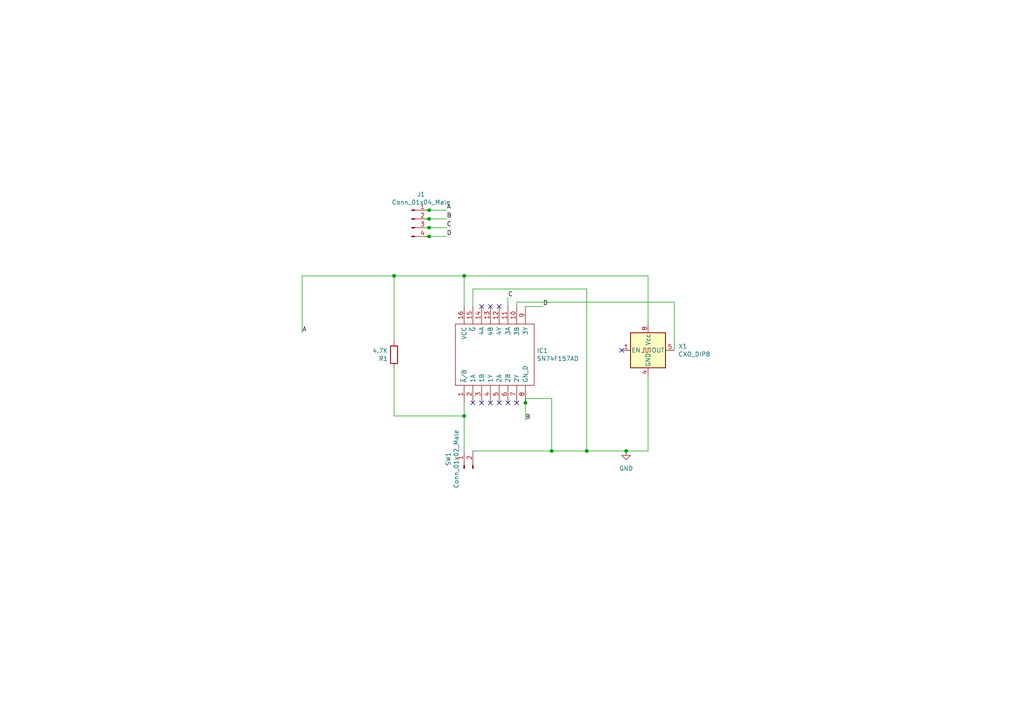
<source format=kicad_sch>
(kicad_sch (version 20231120) (generator "eeschema") (generator_version "8.0")
  (paper "A4")
  (lib_symbols
    (symbol "Device:R" (pin_numbers hide) (pin_names (offset 0))
      (property "Reference" "R" (at 2.032 0 90))
      (property "Value" "R" (at 0 0 90))
      (symbol "R_0_1"
        (rectangle (start -1.016 -2.54) (end 1.016 2.54) (stroke (width 0.254)))
      )
      (symbol "R_1_1"
        (pin passive line (at 0 3.81 270) (length 1.27) (name "~") (number "1"))
        (pin passive line (at 0 -3.81 90) (length 1.27) (name "~") (number "2"))
      )
    )
    (symbol "Oscillator:CXO_DIP8" (pin_names (offset 0.254))
      (property "Reference" "X" (at -5.08 6.35 0))
      (property "Value" "CXO_DIP8" (at 1.27 -6.35 0))
      (symbol "CXO_DIP8_0_1"
        (rectangle (start -5.08 5.08) (end 5.08 -5.08) (stroke (width 0.254)) (fill (type background)))
        (polyline (pts (xy -1.905 -0.635) (xy -1.27 -0.635) (xy -1.27 0.635) (xy -0.635 0.635) (xy -0.635 -0.635) (xy 0 -0.635) (xy 0 0.635) (xy 0.635 0.635) (xy 0.635 -0.635)))
      )
      (symbol "CXO_DIP8_1_1"
        (pin input line (at -7.62 0 0) (length 2.54) (name "EN") (number "1"))
        (pin power_in line (at 0 -7.62 90) (length 2.54) (name "GND") (number "4"))
        (pin output line (at 7.62 0 180) (length 2.54) (name "OUT") (number "5"))
        (pin power_in line (at 0 7.62 270) (length 2.54) (name "Vcc") (number "8"))
      )
    )
    (symbol "XVI Overclock-rescue:Conn_01x02_Male-Connector" (pin_names (offset 1.016) hide)
      (property "Reference" "J" (at 0 2.54 0))
      (property "Value" "Connector_Conn_01x02_Male" (at 0 -5.08 0))
      (symbol "Conn_01x02_Male-Connector_1_1"
        (polyline (pts (xy 1.27 -2.54) (xy 0.8636 -2.54)) (stroke (width 0.1524)))
        (polyline (pts (xy 1.27 0) (xy 0.8636 0)) (stroke (width 0.1524)))
        (rectangle (start 0.8636 -2.413) (end 0 -2.667) (stroke (width 0.1524)) (fill (type outline)))
        (rectangle (start 0.8636 0.127) (end 0 -0.127) (stroke (width 0.1524)) (fill (type outline)))
        (pin passive line (at 5.08 0 180) (length 3.81) (name "Pin_1") (number "1"))
        (pin passive line (at 5.08 -2.54 180) (length 3.81) (name "Pin_2") (number "2"))
      )
    )
    (symbol "XVI Overclock-rescue:Conn_01x04_Male-Connector" (pin_names (offset 1.016) hide)
      (property "Reference" "J" (at 0 5.08 0))
      (property "Value" "Connector_Conn_01x04_Male" (at 0 -7.62 0))
      (symbol "Conn_01x04_Male-Connector_1_1"
        (polyline (pts (xy 1.27 -5.08) (xy 0.8636 -5.08)) (stroke (width 0.1524)))
        (polyline (pts (xy 1.27 -2.54) (xy 0.8636 -2.54)) (stroke (width 0.1524)))
        (polyline (pts (xy 1.27 0) (xy 0.8636 0)) (stroke (width 0.1524)))
        (polyline (pts (xy 1.27 2.54) (xy 0.8636 2.54)) (stroke (width 0.1524)))
        (rectangle (start 0.8636 -4.953) (end 0 -5.207) (stroke (width 0.1524)) (fill (type outline)))
        (rectangle (start 0.8636 -2.413) (end 0 -2.667) (stroke (width 0.1524)) (fill (type outline)))
        (rectangle (start 0.8636 0.127) (end 0 -0.127) (stroke (width 0.1524)) (fill (type outline)))
        (rectangle (start 0.8636 2.667) (end 0 2.413) (stroke (width 0.1524)) (fill (type outline)))
        (pin passive line (at 5.08 2.54 180) (length 3.81) (name "Pin_1") (number "1"))
        (pin passive line (at 5.08 0 180) (length 3.81) (name "Pin_2") (number "2"))
        (pin passive line (at 5.08 -2.54 180) (length 3.81) (name "Pin_3") (number "3"))
        (pin passive line (at 5.08 -5.08 180) (length 3.81) (name "Pin_4") (number "4"))
      )
    )
    (symbol "XVI Overclock-rescue:SN74F157AD-SamacSys_Parts" (pin_names (offset 0.762))
      (property "Reference" "IC" (at 24.13 7.62 0))
      (property "Value" "SamacSys_Parts_SN74F157AD" (at 24.13 5.08 0))
      (symbol "SN74F157AD-SamacSys_Parts_0_0"
        (pin passive line (at 0 0 0) (length 5.08) (name "~{A}/B") (number "1"))
        (pin passive line (at 27.94 -15.24 180) (length 5.08) (name "3B") (number "10"))
        (pin passive line (at 27.94 -12.7 180) (length 5.08) (name "3A") (number "11"))
        (pin passive line (at 27.94 -10.16 180) (length 5.08) (name "4Y") (number "12"))
        (pin passive line (at 27.94 -7.62 180) (length 5.08) (name "4B") (number "13"))
        (pin passive line (at 27.94 -5.08 180) (length 5.08) (name "4A") (number "14"))
        (pin passive line (at 27.94 -2.54 180) (length 5.08) (name "~{G}") (number "15"))
        (pin passive line (at 27.94 0 180) (length 5.08) (name "VCC") (number "16"))
        (pin passive line (at 0 -2.54 0) (length 5.08) (name "1A") (number "2"))
        (pin passive line (at 0 -5.08 0) (length 5.08) (name "1B") (number "3"))
        (pin passive line (at 0 -7.62 0) (length 5.08) (name "1Y") (number "4"))
        (pin passive line (at 0 -10.16 0) (length 5.08) (name "2A") (number "5"))
        (pin passive line (at 0 -12.7 0) (length 5.08) (name "2B") (number "6"))
        (pin passive line (at 0 -15.24 0) (length 5.08) (name "2Y") (number "7"))
        (pin passive line (at 0 -17.78 0) (length 5.08) (name "GN_D") (number "8"))
        (pin passive line (at 27.94 -17.78 180) (length 5.08) (name "3Y") (number "9"))
      )
      (symbol "SN74F157AD-SamacSys_Parts_0_1"
        (polyline (pts (xy 5.08 2.54) (xy 22.86 2.54) (xy 22.86 -20.32) (xy 5.08 -20.32) (xy 5.08 2.54)) (stroke (width 0.1524)))
      )
    )
    (symbol "power:GND" (power) (pin_numbers hide) (pin_names (offset 0) hide)
      (property "Value" "GND" (at 0 -3.81 0))
      (symbol "GND_0_1"
        (polyline (pts (xy 0 0) (xy 0 -1.27) (xy 1.27 -1.27) (xy 0 -2.54) (xy -1.27 -1.27) (xy 0 -1.27)))
      )
      (symbol "GND_1_1"
        (pin power_in line (at 0 0 270) (length 0) (name "~") (number "1"))
      )
    )
  )
  (junction (at 124.46 60.96))
  (junction (at 124.46 68.58))
  (junction (at 181.61 130.81))
  (junction (at 114.3 80.01))
  (junction (at 160.02 130.81))
  (junction (at 124.46 63.5))
  (junction (at 124.46 66.04))
  (junction (at 170.18 130.81))
  (junction (at 152.4 116.84))
  (junction (at 134.62 120.65))
  (junction (at 134.62 80.01))
  (no_connect (at 142.24 116.84))
  (no_connect (at 144.78 116.84))
  (no_connect (at 144.78 88.9))
  (no_connect (at 139.7 88.9))
  (no_connect (at 147.32 116.84))
  (no_connect (at 180.34 101.6))
  (no_connect (at 137.16 116.84))
  (no_connect (at 142.24 88.9))
  (no_connect (at 139.7 116.84))
  (no_connect (at 149.86 116.84))
  (wire (pts (xy 124.46 63.5) (xy 123.19 63.5)))
  (wire (pts (xy 195.58 87.63) (xy 195.58 101.6)))
  (wire (pts (xy 149.86 87.63) (xy 195.58 87.63)))
  (wire (pts (xy 134.62 80.01) (xy 114.3 80.01)))
  (wire (pts (xy 123.19 66.04) (xy 124.46 66.04)))
  (wire (pts (xy 123.19 60.96) (xy 124.46 60.96)))
  (wire (pts (xy 114.3 80.01) (xy 114.3 99.06)))
  (wire (pts (xy 134.62 88.9) (xy 134.62 80.01)))
  (wire (pts (xy 160.02 115.57) (xy 160.02 130.81)))
  (wire (pts (xy 149.86 88.9) (xy 149.86 87.63)))
  (wire (pts (xy 137.16 130.81) (xy 160.02 130.81)))
  (wire (pts (xy 114.3 120.65) (xy 114.3 106.68)))
  (wire (pts (xy 124.46 66.04) (xy 129.54 66.04)))
  (wire (pts (xy 124.46 60.96) (xy 129.54 60.96)))
  (wire (pts (xy 187.96 109.22) (xy 187.96 130.81)))
  (wire (pts (xy 152.4 115.57) (xy 160.02 115.57)))
  (wire (pts (xy 134.62 116.84) (xy 134.62 120.65)))
  (wire (pts (xy 187.96 130.81) (xy 181.61 130.81)))
  (wire (pts (xy 129.54 63.5) (xy 124.46 63.5)))
  (wire (pts (xy 152.4 88.9) (xy 157.48 88.9)))
  (wire (pts (xy 134.62 80.01) (xy 187.96 80.01)))
  (wire (pts (xy 114.3 80.01) (xy 87.63 80.01)))
  (wire (pts (xy 147.32 88.9) (xy 147.32 86.36)))
  (wire (pts (xy 160.02 130.81) (xy 170.18 130.81)))
  (wire (pts (xy 129.54 68.58) (xy 124.46 68.58)))
  (wire (pts (xy 152.4 115.57) (xy 152.4 116.84)))
  (wire (pts (xy 152.4 116.84) (xy 152.4 121.92)))
  (wire (pts (xy 137.16 88.9) (xy 137.16 83.82)))
  (wire (pts (xy 124.46 68.58) (xy 123.19 68.58)))
  (wire (pts (xy 181.61 130.81) (xy 170.18 130.81)))
  (wire (pts (xy 134.62 120.65) (xy 134.62 130.81)))
  (wire (pts (xy 137.16 83.82) (xy 170.18 83.82)))
  (wire (pts (xy 187.96 80.01) (xy 187.96 93.98)))
  (wire (pts (xy 170.18 83.82) (xy 170.18 130.81)))
  (wire (pts (xy 87.63 80.01) (xy 87.63 96.52)))
  (wire (pts (xy 134.62 120.65) (xy 114.3 120.65)))
  (label "D" (at 129.54 68.58 0))
  (label "A" (at 129.54 60.96 0))
  (label "C" (at 147.32 86.36 0))
  (label "D" (at 157.48 88.9 0))
  (label "A" (at 87.63 96.52 0))
  (label "B" (at 129.54 63.5 0))
  (label "C" (at 129.54 66.04 0))
  (label "B" (at 152.4 121.92 0))
  (symbol (lib_id "XVI Overclock-rescue:SN74F157AD-SamacSys_Parts") (at 134.62 116.84 90) (unit 1)
    (property "Reference" "IC1" (at 155.6512 101.7016 90) (effects (justify right)))
    (property "Value" "SN74F157AD" (at 155.6512 104.013 90) (effects (justify right)))
    (property "Footprint" "Package_SO:SOP-16_3.9x9.9mm_P1.27mm" (effects (hide yes)))
    (property "Datasheet" "http://www.ti.com/lit/gpn/SN74F157A" (effects (hide yes)))
    (property "Description" "Texas Instruments SN74F157AD, Multiplexer Quad 2:1, 16-Pin SOIC" (effects (hide yes)))
    (property "Height" "1.75" (effects (hide yes)))
    (property "Manufacturer_Name" "Texas Instruments" (effects (hide yes)))
    (property "Manufacturer_Part_Number" "SN74F157AD" (effects (hide yes)))
    (property "Mouser Part Number" "595-SN74F157AD" (effects (hide yes)))
    (property "Mouser Price/Stock" "https://www.mouser.co.uk/ProductDetail/Texas-Instruments/SN74F157AD?qs=vxEfx8VrU7DL3mt7QjYv0Q%3D%3D" (effects (hide yes)))
    (property "Arrow Part Number" "SN74F157AD" (effects (hide yes)))
    (property "Arrow Price/Stock" "https://www.arrow.com/en/products/sn74f157ad/texas-instruments" (effects (hide yes)))
  )
  (symbol (lib_id "Oscillator:CXO_DIP8") (at 187.96 101.6 0) (unit 1)
    (property "Reference" "X1" (at 196.6976 100.4316 0) (effects (justify left)))
    (property "Value" "CXO_DIP8" (at 196.6976 102.743 0) (effects (justify left)))
    (property "Footprint" "Oscillator:Oscillator_DIP-8" (effects (hide yes)))
    (property "Datasheet" "http://cdn-reichelt.de/documents/datenblatt/B400/OSZI.pdf" (effects (hide yes)))
  )
  (symbol (lib_id "Device:R") (at 114.3 102.87 180) (unit 1)
    (property "Reference" "R1" (at 112.522 104.0384 0) (effects (justify left)))
    (property "Value" "4.7K" (at 112.522 101.727 0) (effects (justify left)))
    (property "Footprint" "Resistor_THT:R_Axial_DIN0207_L6.3mm_D2.5mm_P10.16mm_Horizontal" (effects (hide yes)))
  )
  (symbol (lib_id "XVI Overclock-rescue:Conn_01x04_Male-Connector") (at 119.38 63.5 0) (unit 1)
    (property "Reference" "J1" (at 122.1232 56.3626 0))
    (property "Value" "Conn_01x04_Male" (at 122.1232 58.674 0))
    (property "Footprint" "Connector_PinSocket_2.54mm:PinSocket_1x04_P2.54mm_Vertical" (effects (hide yes)))
  )
  (symbol (lib_id "XVI Overclock-rescue:Conn_01x02_Male-Connector") (at 134.62 135.89 90) (unit 1)
    (property "Reference" "SW1" (at 130.0226 133.1468 0))
    (property "Value" "Conn_01x02_Male" (at 132.334 133.1468 0))
    (property "Footprint" "Connector_PinSocket_2.54mm:PinSocket_1x02_P2.54mm_Vertical" (effects (hide yes)))
  )
  (symbol (lib_id "power:GND") (at 181.61 130.81 0) (unit 1)
    (property "Reference" "#PWR01" (effects (hide yes)))
    (property "Value" "GND" (at 181.61 135.89 0))
    (property "Description" "Power symbol creates a global label with name \"GND\" , ground" (effects (hide yes)))
  )
)
</source>
